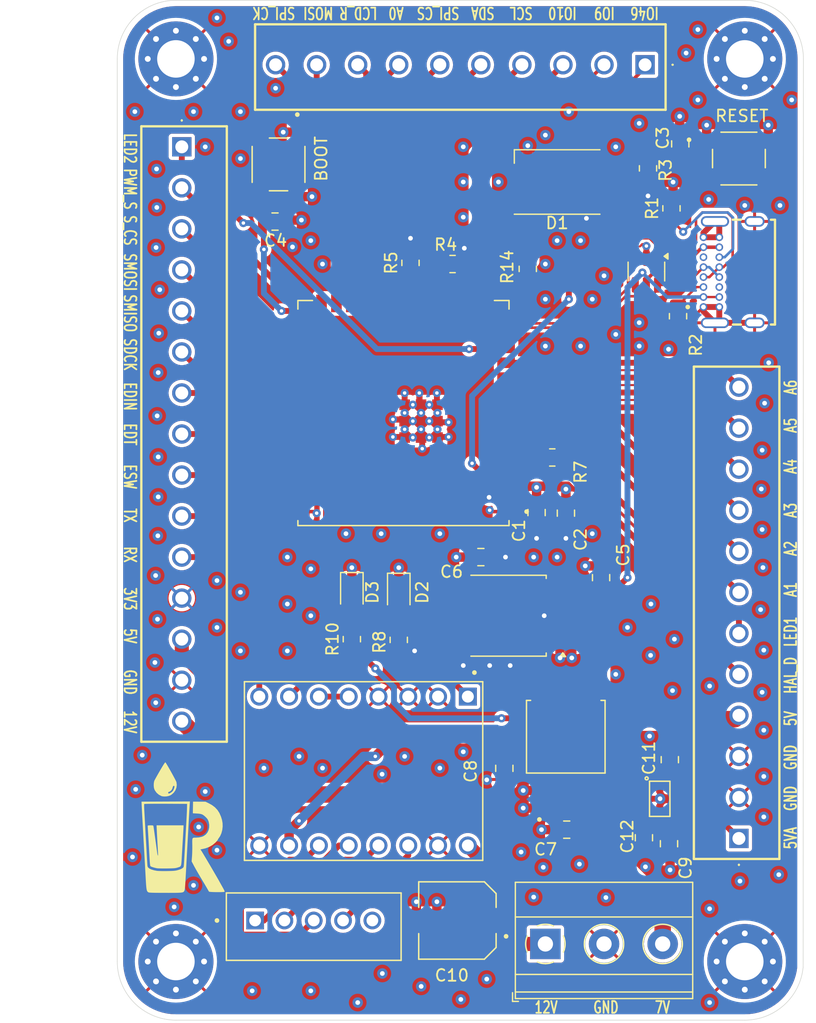
<source format=kicad_pcb>
(kicad_pcb (version 20240108) (generator "pcbnew") (generator_version "8.0")
  (layers (0 "F.Cu" signal) (1 "In1.Cu" signal) (2 "In2.Cu" signal) (31 "B.Cu" signal) (34 "B.Paste" user) (35 "F.Paste" user) (36 "B.SilkS" user "B.Silkscreen") (37 "F.SilkS" user "F.Silkscreen") (38 "B.Mask" user) (39 "F.Mask" user) (44 "Edge.Cuts" user))
  (net 0 "")
  (net 1 "GND")
  (net 2 "/3V3")
  (net 3 "/ESP32_EN{slash}RESET")
  (net 4 "/5V")
  (net 6 "Net-(D2-A)")
  (net 7 "/BOOT")
  (net 8 "/I2C_SDA")
  (net 9 "/I2C_SCL")
  (net 10 "/USB_N")
  (net 11 "/GPIO9")
  (net 12 "/U0TX")
  (net 13 "/USB_P")
  (net 14 "/GPIO10")
  (net 15 "/U0RX")
  (net 16 "Net-(J_USB1-CC2)")
  (net 19 "Net-(J_USB1-CC1)")
  (net 22 "Net-(D1-DIN)")
  (net 24 "/HAL_DIN")
  (net 25 "/ENCODER_SW")
  (net 26 "/ENCODER_DT")
  (net 27 "/ENCODER_CLK")
  (net 28 "/A0{slash}RS")
  (net 29 "/SPI1_CS")
  (net 30 "/SPI1_SCK")
  (net 31 "/LCD_RESET")
  (net 32 "/SPI1_MOSI")
  (net 33 "/12V")
  (net 34 "/SD_MISO")
  (net 35 "/SD_CS")
  (net 36 "/SD_MOSI")
  (net 37 "/SD_SCK")
  (net 38 "/A_IN5")
  (net 39 "/A_IN6")
  (net 40 "/A_IN4")
  (net 41 "/A_IN1")
  (net 42 "/A_IN2")
  (net 43 "/A_IN3")
  (net 44 "/PWM_S")
  (net 45 "/LED_DIN")
  (net 46 "Net-(D3-A)")
  (net 47 "/LED1")
  (net 48 "/LED_DIN2")
  (net 49 "/7V")
  (net 50 "/GPIO46")
  (net 51 "/1B")
  (net 52 "/2A")
  (net 53 "/1A")
  (net 54 "/2B")
  (net 55 "Net-(J1-Pin_6)")
  (net 56 "/STEP_DIR")
  (net 57 "/STEP_STEP")
  (net 58 "/STEP_EN")
  (net 59 "Net-(U6-~{RESET})")
  (net 60 "Net-(U2-BYP)")
  (net 61 "/5VA")
  (footprint "Resistor_SMD:R_0805_2012Metric" (layer "F.Cu") (at 74.5 67.9 90)
    (property "Reference" "R5")
    (property "Value" "10k")
  )
  (footprint "Resistor_SMD:R_0805_2012Metric" (layer "F.Cu") (at 73.5 100.0625 90)
    (property "Reference" "R8")
    (property "Value" "220")
  )
  (footprint "Package_TO_SOT_SMD:TO-252-3_TabPin2" (layer "F.Cu") (at 82.76 98 180)
    (property "Reference" "U7" (hide yes))
    (property "Value" "LM1117DT-3.3")
  )
  (footprint "AP2210:SOT-23-5_RAW" (layer "F.Cu") (at 95.75 113.62 -90)
    (property "Reference" "U2" (hide yes))
    (property "Value" "AP2210K-5.0TRG1")
  )
  (footprint "USB_C:GCT_USB4085-GF-A_REVB" (layer "F.Cu") (at 103.8375 68.69 90)
    (property "Reference" "J_USB1" (hide yes))
    (property "Value" "USB_C_Receptacle_USB2.0_16P")
  )
  (footprint "MountingHole:MountingHole_3.2mm_M3_Pad_Via" (layer "F.Cu") (at 54.5 127.5)
    (property "Reference" "H4" (hide yes))
    (property "Value" "MountingHole_Pad" (hide yes))
  )
  (footprint "LED_SMD:LED_0805_2012Metric" (layer "F.Cu") (at 73.5 96.0625 -90)
    (property "Reference" "D2")
    (property "Value" "LED")
  )
  (footprint "Capacitor_SMD:C_0805_2012Metric" (layer "F.Cu") (at 82.5 111.02 -90)
    (property "Reference" "C8")
    (property "Value" "22uF" (hide yes))
  )
  (footprint "Capacitor_SMD:C_0805_2012Metric" (layer "F.Cu") (at 87.75 89.25 90)
    (property "Reference" "C2")
    (property "Value" "0.1uF")
  )
  (footprint "Resistor_SMD:R_0805_2012Metric" (layer "F.Cu") (at 96.75 63.25 90)
    (property "Reference" "R1")
    (property "Value" "5.1k")
  )
  (footprint "Capacitor_SMD:C_0805_2012Metric" (layer "F.Cu") (at 80.5 93 180)
    (property "Reference" "C6")
    (property "Value" "100uF")
  )
  (footprint "TerminalBlock_Phoenix:TerminalBlock_Phoenix_MKDS-1,5-3_1x03_P5.00mm_Horizontal" (layer "F.Cu") (at 86 126)
    (property "Reference" "J3" (hide yes))
    (property "Value" "Screw_Terminal_01x03" (hide yes))
  )
  (footprint "LED_SMD:LED_0805_2012Metric" (layer "F.Cu") (at 69.5 96 -90)
    (property "Reference" "D3")
    (property "Value" "LED")
  )
  (footprint "A4988:MODULE_A4988_STEPPER_MOTOR_DRIVER_CARRIER" (layer "F.Cu") (at 70.5 111.25 -90)
    (property "Reference" "U6" (hide yes))
    (property "Value" "A4988_STEPPER_MOTOR_DRIVER" (hide yes))
  )
  (footprint "Resistor_SMD:R_0805_2012Metric" (layer "F.Cu") (at 78.0875 68)
    (property "Reference" "R4")
    (property "Value" "10k")
  )
  (footprint "Fiducial:Fiducial_1mm_Mask2mm" (layer "F.Cu") (at 106 122.25)
    (property "Reference" "FM3" (hide yes))
    (property "Value" "Fiducial")
  )
  (footprint "jst:JST_B5B-XH-A" (layer "F.Cu") (at 66.25 124.525 180)
    (property "Reference" "J5" (hide yes))
    (property "Value" "B5B-XH-A" (hide yes))
  )
  (footprint "molex15:393570015" (layer "F.Cu") (at 55 58 -90)
    (property "Reference" "J9" (hide yes))
    (property "Value" "Screw_Terminal_01x15" (hide yes))
  )
  (footprint "Capacitor_SMD:C_0805_2012Metric" (layer "F.Cu") (at 90.75 94.75 90)
    (property "Reference" "C5")
    (property "Value" "10uF")
  )
  (footprint "Capacitor_SMD:C_0805_2012Metric" (layer "F.Cu") (at 97.5 57.75 90)
    (property "Reference" "C3")
    (property "Value" "0.1uF")
  )
  (footprint "Capacitor_SMD:C_0805_2012Metric" (layer "F.Cu") (at 96.61 110.28 90)
    (property "Reference" "C11")
    (property "Value" "2.2uF")
  )
  (footprint "Resistor_SMD:R_0805_2012Metric" (layer "F.Cu") (at 97.31 72.45 -90)
    (property "Reference" "R2")
    (property "Value" "5.1k")
  )
  (footprint "Fiducial:Fiducial_1mm_Mask2mm" (layer "F.Cu") (at 51.68 123.46)
    (property "Reference" "FM2" (hide yes))
    (property "Value" "Fiducial")
  )
  (footprint "esp2:XCVR_ESP32-S3-WROOM-1U-N16" (layer "F.Cu") (at 73.9 80.71 180)
    (property "Reference" "U1" (hide yes))
    (property "Value" "ESP32-S3-WROOM-1-N16R2" (hide yes))
  )
  (footprint "MountingHole:MountingHole_3.2mm_M3_Pad_Via" (layer "F.Cu") (at 103 50.5)
    (property "Reference" "H2" (hide yes))
    (property "Value" "MountingHole_Pad" (hide yes))
  )
  (footprint "molex10:393570010" (layer "F.Cu") (at 94.5 51 180)
    (property "Reference" "J4" (hide yes))
    (property "Value" "Screw_Terminal_01x10" (hide yes))
  )
  (footprint "Resistor_SMD:R_0805_2012Metric" (layer "F.Cu") (at 94.75 59.8375 -90)
    (property "Reference" "R3")
    (property "Value" "10k")
  )
  (footprint "AZ108:DPAK457P1010X238-3N" (layer "F.Cu") (at 87.74 109.413)
    (property "Reference" "U3" (hide yes))
    (property "Value" "AZ1084-5.0" (hide yes))
  )
  (footprint "switch:SW_PTS_647_SN50_SMTR2_LFS" (layer "F.Cu") (at 102.5 59)
    (property "Reference" "RESET")
    (property "Value" "SW_MEC_5E" (hide yes))
  )
  (footprint "LED_SMD:LED_WS2812B_PLCC4_5.0x5.0mm_P3.2mm" (layer "F.Cu") (at 87 61 180)
    (property "Reference" "D1")
    (property "Value" "WS2812B" (hide yes))
  )
  (footprint "Resistor_SMD:R_0805_2012Metric" (layer "F.Cu") (at 69.5 100 90)
    (property "Reference" "R10")
    (property "Value" "220" (hide yes))
  )
  (footprint "Resistor_SMD:R_0805_2012Metric" (layer "F.Cu") (at 84.5 68.4125 90)
    (property "Reference" "R14")
    (property "Value" "220")
  )
  (footprint "Capacitor_SMD:C_0805_2012Metric" (layer "F.Cu") (at 62.95 64.375)
    (property "Reference" "C4")
    (property "Value" "0.1uF")
  )
  (footprint "switch:SW_PTS_647_SN50_SMTR2_LFS" (layer "F.Cu") (at 63.25 59.5 -90)
    (property "Reference" "BOOT")
    (property "Value" "SW_MEC_5E" (hide yes))
  )
  (footprint "Package_TO_SOT_SMD:SOT-23-6" (layer "F.Cu") (at 94.6125 68.6375 -90)
    (property "Reference" "U5" (hide yes))
    (property "Value" "SRV05-4")
  )
  (footprint "demo.preety:logodemo" (layer "F.Cu") (at 55.34 116.9)
    (property "Reference" "G***" (hide yes))
    (property "Value" "LOGO" (hide yes))
  )
  (footprint "Capacitor_SMD:C_0805_2012Metric" (layer "F.Cu") (at 85.25 89.2 90)
    (property "Reference" "C1")
    (property "Value" "10uF")
  )
  (footprint "Capacitor_SMD:C_0805_2012Metric" (layer "F.Cu") (at 87.82 116.25 180)
    (property "Reference" "C7")
    (property "Value" "10uF" (hide yes))
  )
  (footprint "Polar_Cap35:CAP_EEE1VA101XP" (layer "F.Cu") (at 78.5 124 180)
    (property "Reference" "C10")
    (property "Value" "100u" (hide yes))
  )
  (footprint "MountingHole:MountingHole_3.2mm_M3_Pad_Via" (layer "F.Cu") (at 103 127.5)
    (property "Reference" "H3" (hide yes))
    (property "Value" "MountingHole_Pad" (hide yes))
  )
  (footprint "Capacitor_SMD:C_0805_2012Metric" (layer "F.Cu") (at 96.54 117.45 -90)
    (property "Reference" "C9")
    (property "Value" "0.1uF")
  )
  (footprint "Capacitor_SMD:C_0805_2012Metric" (layer "F.Cu") (at 94.4 116.94 -90)
    (property "Reference" "C12")
    (property "Value" "1uF")
  )
  (footprint "MountingHole:MountingHole_3.2mm_M3_Pad_Via" (layer "F.Cu") (at 54.5 50.5)
    (property "Reference" "H1" (hide yes))
    (property "Value" "MountingHole_Pad" (hide yes))
  )
  (footprint "Fiducial:Fiducial_1mm_Mask2mm" (layer "F.Cu") (at 58.75 53.5)
    (property "Reference" "FM1" (hide yes))
    (property "Value" "Fiducial")
  )
  (footprint "molex12:393570012" (layer "F.Cu") (at 102.5 117 90)
    (property "Reference" "J1" (hide yes))
    (property "Value" "Screw_Terminal_01x12" (hide yes))
  )
  (footprint "Resistor_SMD:R_0805_2012Metric" (layer "F.Cu") (at 86.5875 84.5 180)
    (property "Reference" "R7")
    (property "Value" "200")
  )
  (gr_arc (start 103 45.5) (mid 106.535534 46.964466) (end 108 50.5) (stroke (width 0.05)) (layer "Edge.Cuts"))
  (gr_arc (start 107.975186 127.997519) (mid 106.355027 131.207263) (end 103 132.5) (stroke (width 0.05)) (layer "Edge.Cuts"))
  (gr_arc (start 49.5 50.5) (mid 50.964466 46.964466) (end 54.5 45.5) (stroke (width 0.05)) (layer "Edge.Cuts"))
  (gr_line (start 107.975186 127.997519) (end 108 50.5) (stroke (width 0.05)) (layer "Edge.Cuts"))
  (gr_line (start 103 45.5) (end 54.5 45.5) (stroke (width 0.05)) (layer "Edge.Cuts"))
  (gr_line (start 49.5 50.5) (end 49.5 127.5) (stroke (width 0.05)) (layer "Edge.Cuts"))
  (gr_line (start 54.5 132.5) (end 103 132.5) (stroke (width 0.05)) (layer "Edge.Cuts"))
  (gr_arc (start 54.5 132.5) (mid 50.964466 131.035534) (end 49.5 127.5) (stroke (width 0.05)) (layer "Edge.Cuts"))
  (gr_text "A0" (at 74 46 180) (layer "F.SilkS") (effects (font (size 1 0.7)) (justify left bottom)))
  (gr_text "LED2" (at 50 56.75 270) (layer "F.SilkS") (effects (font (size 1 0.7)) (justify left bottom)))
  (gr_text "IO10" (at 88.75 46 180) (layer "F.SilkS") (effects (font (size 1 0.7)) (justify left bottom)))
  (gr_text "A4" (at 107.5 86 90) (layer "F.SilkS") (effects (font (size 1 0.7)) (justify left bottom)))
  (gr_text "3V3" (at 50 95.5 270) (layer "F.SilkS") (effects (font (size 1 0.7)) (justify left bottom)))
  (gr_text "SMISO" (at 50 70.5 270) (layer "F.SilkS") (effects (font (size 1 0.7)) (justify left bottom)))
  (gr_text "A3" (at 107.5 89.75 90) (layer "F.SilkS") (effects (font (size 1 0.7)) (justify left bottom)))
  (gr_text "LCD_R" (at 71.75 46 180) (layer "F.SilkS") (effects (font (size 1 0.7)) (justify left bottom)))
  (gr_text "TX" (at 50 88.75 270) (layer "F.SilkS") (effects (font (size 1 0.7)) (justify left bottom)))
  (gr_text "SCL" (at 85 46 180) (layer "F.SilkS") (effects (font (size 1 0.7)) (justify left bottom)))
  (gr_text "5V" (at 107.5 107.5 90) (layer "F.SilkS") (effects (font (size 1 0.7)) (justify left bottom)))
  (gr_text "5V" (at 50 99 270) (layer "F.SilkS") (effects (font (size 1 0.7)) (justify left bottom)))
  (gr_text "7V" (at 95.25 132 0) (layer "F.SilkS") (effects (font (size 1 0.7)) (justify left bottom)))
  (gr_text "SMOSI" (at 50 67 270) (layer "F.SilkS") (effects (font (size 1 0.7)) (justify left bottom)))
  (gr_text "IO9" (at 92 46 180) (layer "F.SilkS") (effects (font (size 1 0.7)) (justify left bottom)))
  (gr_text "A2" (at 107.5 93 90) (layer "F.SilkS") (effects (font (size 1 0.7)) (justify left bottom)))
  (gr_text "GND" (at 107.5 114.75 90) (layer "F.SilkS") (effects (font (size 1 0.7)) (justify left bottom)))
  (gr_text "A6" (at 107.5 79.25 90) (layer "F.SilkS") (effects (font (size 1 0.7)) (justify left bottom)))
  (gr_text "PWM_S" (at 50 59.75 270) (layer "F.SilkS") (effects (font (size 1 0.7)) (justify left bottom)))
  (gr_text "SPI_CS" (at 78.75 46 180) (layer "F.SilkS") (effects (font (size 1 0.7)) (justify left bottom)))
  (gr_text "SDCK" (at 50 74.25 270) (layer "F.SilkS") (effects (font (size 1 0.7)) (justify left bottom)))
  (gr_text "12V" (at 50 106 270) (layer "F.SilkS") (effects (font (size 1 0.7)) (justify left bottom)))
  (gr_text "A5" (at 107.5 82.5 90) (layer "F.SilkS") (effects (font (size 1 0.7)) (justify left bottom)))
  (gr_text "ESW" (at 50 85 270) (layer "F.SilkS") (effects (font (size 1 0.7)) (justify left bottom)))
  (gr_text "HAL_D" (at 107.5 104.75 90) (layer "F.SilkS") (effects (font (size 1 0.7)) (justify left bottom)))
  (gr_text "5VA\n" (at 107.5 118 90) (layer "F.SilkS") (effects (font (size 1 0.7)) (justify left bottom)))
  (gr_text "RX" (at 50 92 270) (layer "F.SilkS") (effects (font (size 1 0.7)) (justify left bottom)))
  (gr_text "LED1" (at 107.5 100.75 90) (layer "F.SilkS") (effects (font (size 1 0.7)) (justify left bottom)))
  (gr_text "EDT" (at 50 81.5 270) (layer "F.SilkS") (effects (font (size 1 0.7)) (justify left bottom)))
  (gr_text "EDIN" (at 50 78 270) (layer "F.SilkS") (effects (font (size 1 0.7)) (justify left bottom)))
  (gr_text "GND" (at 90 132 0) (layer "F.SilkS") (effects (font (size 1 0.7)) (justify left bottom)))
  (gr_text "A1" (at 107.5 96.5 90) (layer "F.SilkS") (effects (font (size 1 0.7)) (justify left bottom)))
  (gr_text "SDA" (at 81.75 46 180) (layer "F.SilkS") (effects (font (size 1 0.7)) (justify left bottom)))
  (gr_text "GND" (at 50 102.5 270) (layer "F.SilkS") (effects (font (size 1 0.7)) (justify left bottom)))
  (gr_text "IO46" (at 95.75 46 180) (layer "F.SilkS") (effects (font (size 1 0.7)) (justify left bottom)))
  (gr_text "GND" (at 107.5 111.25 90) (layer "F.SilkS") (effects (font (size 1 0.7)) (justify left bottom)))
  (gr_text "12V" (at 85 132 0) (layer "F.SilkS") (effects (font (size 1 0.7)) (justify left bottom)))
  (gr_text "MOSI" (at 68 46 180) (layer "F.SilkS") (effects (font (size 1 0.7)) (justify left bottom)))
  (gr_text "S_CS" (at 50 63.75 270) (layer "F.SilkS") (effects (font (size 1 0.7)) (justify left bottom)))
  (gr_text "SPI_CK" (at 64.75 46 180) (layer "F.SilkS") (effects (font (size 1 0.7)) (justify left bottom)))
  (segment (start 94.53 118.22) (end 94.53 119.42) (width 0.8) (layer "F.Cu") (net 1))
  (segment (start 100.8275 71.665) (end 100.8275 72.645) (width 0.5) (layer "F.Cu") (net 1))
  (segment (start 87.75 88.4) (end 87.75 87.2) (width 0.8) (layer "F.Cu") (net 1))
  (segment (start 99.4775 65.715) (end 99.4775 65.345) (width 0.5) (layer "F.Cu") (net 1))
  (segment (start 99.75 57.35) (end 99.75 56.15) (width 0.8) (layer "F.Cu") (net 1))
  (segment (start 79.6 93) (end 78.4 93) (width 0.8) (layer "F.Cu") (net 1))
  (segment (start 94.51 113.61) (end 94.5 113.62) (width 0.5) (layer "F.Cu") (net 1))
  (segment (start 95.775 113.61) (end 94.51 113.61) (width 0.5) (layer "F.Cu") (net 1))
  (segment (start 76.75 79) (end 76.75 80) (width 0.5) (layer "F.Cu") (net 1))
  (segment (start 100.4575 73.015) (end 103.8375 73.015) (width 0.5) (layer "F.Cu") (net 1))
  (segment (start 77.75 81.5) (end 76.75 81.5) (width 0.5) (layer "F.Cu") (net 1))
  (segment (start 66.37 89.12) (end 66.5 89.25) (width 0.3) (layer "F.Cu") (net 1))
  (segment (start 99.4775 72.035) (end 100.4575 73.015) (width 0.5) (layer "F.Cu") (net 1))
  (segment (start 96.63 119.685) (end 96.63 118.495) (width 0.8) (layer "F.Cu") (net 1))
  (segment (start 74 79) (end 74 80) (width 0.5) (layer "F.Cu") (net 1))
  (segment (start 94.6125 67.5) (end 94.6125 66.4625) (width 0.5) (layer "F.Cu") (net 1))
  (segment (start 100.8275 65.715) (end 100.8275 64.735) (width 0.5) (layer "F.Cu") (net 1))
  (segment (start 75 123.6) (end 75 122.4) (width 0.8) (layer "F.Cu") (net 1))
  (segment (start 73.5 95.1) (end 73.5 93.9) (width 0.8) (layer "F.Cu") (net 1))
  (segment (start 88.25 100.4) (end 88.25 101.6) (width 0.8) (layer "F.Cu") (net 1))
  (segment (start 100.8275 71.665) (end 99.4775 71.665) (width 0.5) (layer "F.Cu") (net 1))
  (segment (start 65.15 89.12) (end 66.37 89.12) (width 0.3) (layer "F.Cu") (net 1))
  (segment (start 85.25 88.25) (end 85.25 87.05) (width 0.8) (layer "F.Cu") (net 1))
  (segment (start 90.6 93.75) (end 89.4 93.75) (width 0.8) (layer "F.Cu") (net 1))
  (segment (start 94.6125 66.4625) (end 94.61 66.46) (width 0.5) (layer "F.Cu") (net 1))
  (segment (start 75.5 83.75) (end 75.5 82.75) (width 0.5) (layer "F.Cu") (net 1))
  (segment (start 97.45 56.6) (end 97.45 55.4) (width 0.8) (layer "F.Cu") (net 1))
  (segment (start 64.9 62.25) (end 66.1 62.25) (width 0.8) (layer "F.Cu") (net 1))
  (segment (start 99.4775 71.665) (end 99.4775 72.035) (width 0.5) (layer "F.Cu") (net 1))
  (segment (start 73 81.25) (end 74 81.25) (width 0.5) (layer "F.Cu") (net 1))
  (segment (start 84.5 59.1) (end 84.5 57.9) (width 0.8) (layer "F.Cu") (net 1))
  (segment (start 77.75 82.75) (end 76.75 82.75) (width 0.5) (layer "F.Cu") (net 1))
  (segment (start 100.8275 64.735) (end 100.4575 64.365) (width 0.5) (layer "F.Cu") (net 1))
  (segment (start 97.25 118.67) (end 97.22 118.64) (width 0.3) (layer "F.Cu") (net 1))
  (segment (start 99.4775 65.715) (end 100.8275 65.715) (width 0.5) (layer "F.Cu") (net 1))
  (segment (start 85.31 114.41) (end 84.11 114.41) (width 0.8) (layer "F.Cu") (net 1))
  (segment (start 105 57.35) (end 105 56.15) (width 0.8) (layer "F.Cu") (net 1))
  (segment (start 99.4775 65.345) (end 100.4575 64.365) (width 0.5) (layer "F.Cu") (net 1))
  (segment (start 81.37 89.12) (end 81.25 89) (width 0.3) (layer "F.Cu") (net 1))
  (segment (start 87.25 100.4) (end 87.25 101.6) (width 0.8) (layer "F.Cu") (net 1))
  (segment (start 73 82.75) (end 74 82.75) (width 0.5) (layer "F.Cu") (net 1))
  (segment (start 64.85 56.75) (end 63.65 56.75) (width 0.8) (layer "F.Cu") (net 1))
  (segment (start 82.65 89.12) (end 81.37 89.12) (width 0.3) (layer "F.Cu") (net 1))
  (segment (start 86.87 116.25) (end 85.67 116.25) (width 0.8) (layer "F.Cu") (net 1))
  (segment (start 75.25 79) (end 75.25 80) (width 0.5) (layer "F.Cu") (net 1))
  (segment (start 85.31 112.91) (end 84.11 112.91) (width 0.8) (layer "F.Cu") (net 1))
  (segment (start 64 64.25) (end 65.2 64.25) (width 0.8) (layer "F.Cu") (net 1))
  (segment (start 76.8 80) (end 76.75 80) (width 0.5) (layer "F.Cu") (net 1))
  (segment (start 96.8875 62.21) (end 96.8875 61.01) (width 0.8) (layer "F.Cu") (net 1))
  (segment (start 97.3725 73.35) (end 97.3725 74.55) (width 0.8) (layer "F.Cu") (net 1))
  (segment (start 100.8275 72.645) (end 100.4575 73.015) (width 0.5) (layer "F.Cu") (net 1))
  (segment (start 69.5 95.1) (end 69.5 93.9) (width 0.8) (layer "F.Cu") (net 1))
  (segment (start 76.75 123.6) (end 76.75 122.4) (width 0.8) (layer "F.Cu") (net 1))
  (via (at 87.25 101.6) (size 0.9) (drill 0.4) (layers "F.Cu" "B.Cu") (net 1))
  (via (at 96.8875 61.01) (size 0.9) (drill 0.4) (layers "F.Cu" "B.Cu") (net 1))
  (via (at 97.45 55.4) (size 0.9) (drill 0.4) (layers "F.Cu" "B.Cu") (net 1))
  (via (at 56 55) (size 0.9) (drill 0.4) (layers "F.Cu" "B.Cu") (net 1))
  (via (at 52.77 94.57) (size 0.9) (drill 0.4) (layers "F.Cu" "B.Cu") (net 1))
  (via (at 97 100) (size 0.9) (drill 0.4) (layers "F.Cu" "B.Cu") (net 1))
  (via (at 102.59 120.64) (size 0.9) (drill 0.4) (layers "F.Cu" "B.Cu") (net 1))
  (via (at 94.61 66.46) (size 0.7) (drill 0.3) (layers "F.Cu" "B.Cu") (net 1))
  (via (at 58 99) (size 0.9) (drill 0.4) (layers "F.Cu" "B.Cu") (net 1))
  (via (at 105.9 120.09) (size 0.9) (drill 0.4) (layers "F.Cu" "B.Cu") (net 1))
  (via (at 94.88 108.27) (size 0.9) (drill 0.4) (layers "F.Cu" "B.Cu") (net 1))
  (via (at 95 97) (size 0.9) (drill 0.4) (layers "F.Cu" "B.Cu") (net 1))
  (via (at 94 56) (size 0.9) (drill 0.4) (layers "F.Cu" "B.Cu") (net 1))
  (via (at 52.71 101.99) (size 0.9) (drill 0.4) (layers "F.Cu" "B.Cu") (net 1))
  (via (at 94 75) (size 0.9) (drill 0.4) (layers "F.Cu" "B.Cu") (net 1))
  (via (at 57 58) (size 0.9) (drill 0.4) (layers "F.Cu" "B.Cu") (net 1))
  (via (at 79 109.61) (size 0.9) (drill 0.4) (layers "F.Cu" "B.Cu") (net 1))
  (via (at 57 113) (size 0.9) (drill 0.4) (layers "F.Cu" "B.Cu") (net 1))
  (via (at 52.93 98.3) (size 0.9) (drill 0.4) (layers "F.Cu" "B.Cu") (net 1))
  (via (at 77.75 82.75) (size 0.7) (drill 0.3) (layers "F.Cu" "B.Cu") (net 1))
  (via (at 100 104) (size 0.9) (drill 0.4) (layers "F.Cu" "B.Cu") (net 1))
  (via (at 58 47) (size 0.9) (drill 0.4) (layers "F.Cu" "B.Cu") (net 1))
  (via (at 56 121) (size 0.9) (drill 0.4) (layers "F.Cu" "B.Cu") (net 1))
  (via (at 77 111) (size 0.9) (drill 0.4) (layers "F.Cu" "B.Cu") (net 1))
  (via (at 66 66) (size 0.9) (drill 0.4) (layers "F.Cu" "B.Cu") (net 1))
  (via (at 64 93) (size 0.9) (drill 0.4) (layers "F.Cu" "B.Cu") (net 1))
  (via (at 86 57) (size 0.9) (drill 0.4) (layers "F.Cu" "B.Cu") (net 1))
  (via (at 82 61) (size 0.9) (drill 0.4) (layers "F.Cu" "B.Cu") (net 1))
  (via (at 69 91) (size 0.9) (drill 0.4) (layers "F.Cu" "B.Cu") (net 1))
  (via (at 103 63) (size 0.9) (drill 0.4) (layers "F.Cu" "B.Cu") (net 1))
  (via (at 51.63 109.89) (size 0.9) (drill 0.4) (layers "F.Cu" "B.Cu") (net 1))
  (via (at 104.35 97.48) (size 0.9) (drill 0.4) (layers "F.Cu" "B.Cu") (net 1))
  (via (at 104.48 90.65) (size 0.9) (drill 0.4) (layers "F.Cu" "B.Cu") (net 1))
  (via (at 92 74) (size 0.9) (drill 0.4) (layers "F.Cu" "B.Cu") (net 1))
  (via (at 90 71) (size 0.9) (drill 0.4) (layers "F.Cu" "B.Cu") (net 1))
  (via (at 104.48 104.53) (size 0.9) (drill 0.4) (layers "F.Cu" "B.Cu") (net 1))
  (via (at 73.5 93.9) (size 0.9) (drill 0.4) (layers "F.Cu" "B.Cu") (net 1))
  (via (at 104.55 93.89) (size 0.9) (drill 0.4) (layers "F.Cu" "B.Cu") (net 1))
  (via (at 73 81.25) (size 0.7) (drill 0.3) (layers "F.Cu" "B.Cu") (net 1))
  (via (at 78.79 130.73) (size 0.9) (drill 0.4) (layers "F.Cu" "B.Cu") (net 1))
  (via (at 51.07 112.81) (size 0.9) (drill 0.4) (layers "F.Cu" "B.Cu") (net 1))
  (via (at 58 95) (size 0.9) (drill 0.4) (layers "F.Cu" "B.Cu") (net 1))
  (via (at 62 111) (size 0.9) (drill 0.4) (layers "F.Cu" "B.Cu") (net 1))
  (via (at 52.99 77.26) (size 0.9) (drill 0.4) (layers "F.Cu" "B.Cu") (net 1))
  (via (at 96.63 119.685) (size 0.9) (drill 0.4) (layers "F.Cu" "B.Cu") (net 1))
  (via (at 92 103) (size 0.9) (drill 0.4) (layers "F.Cu" "B.Cu") (net 1))
  (via (at 52.78 105.42) (size 0.9) (drill 0.4) (layers "F.Cu" "B.Cu") (net 1))
  (via (at 64 101) (size 0.9) (drill 0.4) (layers "F.Cu" "B.Cu") (net 1))
  (via (at 105 56.15) (size 0.9) (drill 0.4) (layers "F.Cu" "B.Cu") (net 1))
  (via (at 67 68) (size 0.9) (drill 0.4) (layers "F.Cu" "B.Cu") (net 1))
  (via (at 74 110) (size 0.9) (drill 0.4) (layers "F.Cu" "B.Cu") (net 1))
  (via (at 79 61) (size 0.9) (drill 0.4) (layers "F.Cu" "B.Cu") (net 1))
  (via (at 104.69 79.87) (size 0.9) (drill 0.4) (layers "F.Cu" "B.Cu") (net 1))
  (via (at 52.85 59.89) (size 0.9) (drill 0.4) (layers "F.Cu" "B.Cu") (net 1))
  (via (at 52.99 84.45) (size 0.9) (drill 0.4) (layers "F.Cu" "B.Cu") (net 1))
  (via (at 65 110) (size 0.9) (drill 0.4) (layers "F.Cu" "B.Cu") (net 1))
  (via (at 99 54) (size 0.9) (drill 0.4) (layers "F.Cu" "B.Cu") (net 1))
  (via (at 66.5 89.25) (size 0.7) (drill 0.3) (layers "F.Cu" "B.Cu") (net 1))
  (via (at 104.62 107.77) (size 0.9) (drill 0.4) (layers "F.Cu" "B.Cu") (net 1))
  (via (at 77.75 81.5) (size 0.7) (drill 0.3) (layers "F.Cu" "B.Cu") (net 1))
  (via (at 104.62 115.16) (size 0.9) (drill 0.4) (layers "F.Cu" "B.Cu") (net 1))
  (via (at 86 68) (size 0.9) (drill 0.4) (layers "F.Cu" "B.Cu") (net 1))
  (via (at 91 69) (size 0.9) (drill 0.4) (layers "F.Cu" "B.Cu") (net 1))
  (via (at 76.75 122.4) (size 0.9) (drill 0.4) (layers "F.Cu" "B.Cu") (net 1))
  (via (at 65.2 64.25) (size 0.9) (drill 0.4) (layers "F.Cu" "B.Cu") (net 1))
  (via (at 73 82.75) (size 0.7) (drill 0.3) (layers "F.Cu" "B.Cu") (net 1))
  (via (at 89.4 93.75) (size 0.9) (drill 0.4) (layers "F.Cu" "B.Cu") (net 1))
  (via (at 66 94) (size 0.9) (drill 0.4) (layers "F.Cu" "B.Cu") (net 1))
  (via (at 72.1 128.52) (size 0.9) (drill 0.4) (layers "F.Cu" "B.Cu") (net 1))
  (via (at 85.67 116.25) (size 0.9) (drill 0.4) (layers "F.Cu" "B.Cu") (net 1))
  (via (at 64.44 66.54) (size 0.9) (drill 0.4) (layers "F.Cu" "B.Cu") (net 1))
  (via (at 72 91) (size 0.9) (drill 0.4) (layers "F.Cu" "B.Cu") (net 1))
  (via (at 75.5 83.75) (size 0.7) (drill 0.3) (layers "F.Cu" "B.Cu") (net 1))
  (via (at 84.11 114.41) (size 0.9) (drill 0.4) (layers "F.Cu" "B.Cu") (net 1))
  (via (at 52.99 87.86) (size 0.9) (drill 0.4) (layers "F.Cu" "B.Cu") (net 1))
  (via (at 104.62 111.71) (size 0.9) (drill 0.4) (layers "F.Cu" "B.Cu") (net 1))
  (via (at 95.775 113.61) (size 0.9) (drill 0.4) (layers "F.Cu" "B.Cu") (net 1))
  (via (at 53.12 70.19) (size 0.9) (drill 0.4) (layers "F.Cu" "B.Cu") (net 1))
  (via (at 60 59) (size 0.9) (drill 0.4) (layers "F.Cu" "B.Cu") (net 1))
  (via (at 87 93) (size 0.9) (drill 0.4) (layers "F.Cu" "B.Cu") (net 1))
  (via (at 58 118) (size 0.9) (drill 0.4) (layers "F.Cu" "B.Cu") (net 1))
  (via (at 86 71) (size 0.9) (drill 0.4) (layers "F.Cu" "B.Cu") (net 1))
  (via (at 50.8 118.58) (size 0.9) (drill 0.4) (layers "F.Cu" "B.Cu") (net 1))
  (via (at 75.41 129.62) (size 0.9) (drill 0.4) (layers "F.Cu" "B.Cu") (net 1))
  (via (at 52.81 66.59) (size 0.9) (drill 0.4) (layers "F.Cu" "B.Cu") (net 1))
  (via (at 75.25 79) (size 0.7) (drill 0.3) (layers "F.Cu" "B.Cu") (net 1))
  (via (at 74 79) (size 0.7) (drill 0.3) (layers "F.Cu" "B.Cu") (net 1))
  (via (at 64 97) (size 0.9) (drill 0.4) (layers "F.Cu" "B.Cu") (net 1))
  (via (at 99.92 62.49) (size 0.9) (drill 0.4) (layers "F.Cu" "B.Cu") (net 1))
  (via (at 75 122.4) (size 0.9) (drill 0.4) (layers "F.Cu" "B.Cu") (net 1))
  (via (at 52.9 80.95) (size 0.9) (drill 0.4) (layers "F.Cu" "B.Cu") (net 1))
  (via (at 59 49) (size 0.9) (drill 0.4) (layers "F.Cu" "B.Cu") (net 1))
  (via (at 84.11 112.91) (size 0.9) (drill 0.4) (layers "F.Cu" "B.Cu") (net 1))
  (via (at 96.84 104.39) (size 0.9) (drill 0.4) (layers "F.Cu" "B.Cu") (net 1))
  (via (at 63.65 56.75) (size 0.9) (drill 0.4) (layers "F.Cu" "B.Cu") (net 1))
  (via (at 66.1 62.25) (size 0.9) (drill 0.4) (layers "F.Cu" "B.Cu") (net 1))
  (via (at 104.62 100.94) (size 0.9) (drill 0.4) (layers "F.Cu" "B.Cu") (net 1))
  (via (at 107 54) (size 0.9) (drill 0.4) (layers "F.Cu" "B.Cu") (net 1))
  (via (at 86 75) (size 0.9) (drill 0.4) (layers "F.Cu" "B.Cu") (net 1))
  (via (at 70 131) (size 0.9) (drill 0.4) (layers "F.Cu" "B.Cu") (net 1))
  (via (at 100 131) (size 0.9) (drill 0.4) (layers "F.Cu" "B.Cu") (net 1))
  (via (at 60 101) (size 0.9) (drill 0.4) (layers "F.Cu" "B.Cu") (net 1))
  (via (at 67 111) (size 0.9) (drill 0.4) (layers "F.Cu" "B.Cu") (net 1))
  (via (at 76.75 79) (size 0.7) (drill 0.3) (layers "F.Cu" "B.Cu") (net 1))
  (via (at 66 98) (size 0.9) (drill 0.4) (layers "F.Cu" "B.Cu") (net 1))
  (via (at 79 58) (size 0.9) (drill 0.4) (layers "F.Cu" "B.Cu") (net 1))
  (via (at 56.44 116.02) (size 0.9) (drill 0.4) (layers "F.Cu" "B.Cu") (net 1))
  (via (at 85.82 119.46) (size 0.9) (drill 0.4) (layers "F.Cu" "B.Cu") (net 1))
  (via (at 99.75 56.15) (size 0.9) (drill 0.4) (layers "F.Cu" "B.Cu") (net 1))
  (via (at 84.5 57.9) (size 0.9) (drill 0.4) (layers "F.Cu" "B.Cu") (net 1))
  (via (at 60 55) (size 0.9) (drill 0.4) (layers "F.Cu" "B.Cu") (net 1))
  (via (at 85.25 87.05) (size 0.9) (drill 0.4) (layers "F.Cu" "B.Cu") (net 1))
  (via (at 88 55) (size 0.9) (drill 0.4) (layers "F.Cu" "B.Cu") (net 1))
  (via (at 94.53 119.42) (size 0.9) (drill 0.4) (layers "F.Cu" "B.Cu") (net 1))
  (via (at 104.41 87.19) (size 0.9) (drill 0.4) (layers "F.Cu" "B.Cu") (net 1))
  (via (at 85 93) (size 0.9) (drill 0.4) (layers "F.Cu" "B.Cu") (net 1))
  (via (at 81.25 89) (size 0.7) (drill 0.3) (layers "F.Cu" "B.Cu") (net 1))
  (via (at 77 91) (size 0.9) (drill 0.4) (layers "F.Cu" "B.Cu") (net 1))
  (via (at 53.04 73.9) (size 0.9) (drill 0.4) (layers "F.Cu" "B.Cu") (net 1))
  (via (at 61 130) (size 0.9) (drill 0.4) (layers "F.Cu" "B.Cu") (net 1))
  (via (at 54.35 122.84) (size 0.9) (drill 0.4) (layers "F.Cu" "B.Cu") (net 1))
  (via (at 92 58) (size 0.9) (drill 0.4) (layers "F.Cu" "B.Cu") (net 1))
  (via (at 83.93 118.16) (size 0.9) (drill 0.4) (layers "F.Cu" "B.Cu") (net 1))
  (via (at 81 129) (size 0.9) (drill 0.4) (layers "F.Cu" "B.Cu") (net 1))
  (via (at 94.97 101.38) (size 0.9) (drill 0.4) (layers "F.Cu" "B.Cu") (net 1))
  (via (at 104.48 83.88) (size 0.9) (drill 0.4) (layers "F.Cu" "B.Cu") (net 1))
  (via (at 90 91) (size 0.9) (drill 0.4) (layers "F.Cu" "B.Cu") (net 1))
  (via (at 87 66) (size 0.9) (drill 0.4) (layers "F.Cu" "B.Cu") (net 1))
  (via (at 96.5 75.27) (size 0.9) (drill 0.4) (layers "F.Cu" "B.Cu") (net 1))
  (via (at 91.16 122.04) (size 0.9) (drill 0.4) (layers "F.Cu" "B.Cu") (net 1))
  (via (at 93 99) (size 0.9) (drill 0.4) (layers "F.Cu" "B.Cu") (net 1))
  (via (at 98 50) (size 0.9) (drill 0.4) (layers "F.Cu" "B.Cu") (net 1))
  (via (at 100 123) (size 0.9) (drill 0.4) (layers "F.Cu" "B.Cu") (net 1))
  (via (at 72.08 111.52) (size 0.9) (drill 0.4) (layers "F.Cu" "B.Cu") (net 1))
  (via (at 69.5 93.9) (size 0.9) (drill 0.4) (layers "F.Cu" "B.Cu") (net 1))
  (via (at 106 63) (size 0.9) (drill 0.4) (layers "F.Cu" "B.Cu") (net 1))
  (via (at 89 75) (size 0.9) (drill 0.4) (layers "F.Cu" "B.Cu") (net 1))
  (via (at 52.96 91.18) (size 0.9) (drill 0.4) (layers "F.Cu" "B.Cu") (net 1))
  (via (at 78.4 93) (size 0.9) (drill 0.4) (layers "F.Cu" "B.Cu") (net 1))
  (via (at 89 66) (size 0.9) (drill 0.4) (layers "F.Cu" "B.Cu") (net 1))
  (via (at 105.04 76.42) (size 0.9) (drill 0.4) (layers "F.Cu" "B.Cu") (net 1))
  (via (at 88.9 119.19) (size 0.9) (drill 0.4) (layers "F.Cu" "B.Cu") (net 1))
  (via (at 51 55) (size 0.9) (drill 0.4) (layers "F.Cu" "B.Cu") (net 1))
  (via (at 94 73) (size 0.9) (drill 0.4) (layers "F.Cu" "B.Cu") (net 1))
  (via (at 52.87 63.17) (size 0.9) (drill 0.4) (layers "F.Cu" "B.Cu") (net 1))
  (via (at 81 112) (size 0.9) (drill 0.4) (layers "F.Cu" "B.Cu") (net 1))
  (via (at 87.75 87.2) (size 0.9) (drill 0.4) (layers "F.Cu" "B.Cu") (net 1))
  (via (at 63 53) (size 0.9) (drill 0.4) (layers "F.Cu" "B.Cu") (net 1))
  (via (at 79 64) (size 0.9) (drill 0.4) (layers "F.Cu" "B.Cu") (net 1))
  (via (at 99 48) (size 0.9) (drill 0.4) (layers "F.Cu" "B.Cu") (net 1))
  (via (at 66 130) (size 0.9) (drill 0.4) (layers "F.Cu" "B.Cu") (net 1))
  (via (at 85 122) (size 0.9) (drill 0.4) (layers "F.Cu" "B.Cu") (net 1))
  (via (at 88.25 101.6) (size 0.9) (drill 0.4) (layers "F.Cu" "B.Cu") (net 1))
  (via (at 60 96) (size 0.9) (drill 0.4) (layers "F.Cu" "B.Cu") (net 1))
  (segment (start 83 99.7) (end 83.175 99.525) (width 0.5) (layer "F.Cu") (net 2))
  (segment (start 79.825 101.425) (end 79 102.25) (width 0.5) (layer "F.Cu") (net 2))
  (segment (start 81.25 102.25) (end 81.25 98.25) (width 0.5) (layer "F.Cu") (net 2))
  (segment (start 85.25 90.2) (end 85.25 91.4) (width 0.8) (layer "F.Cu") (net 2))
  (segment (start 81.4 93) (end 82.6 93) (width 0.8) (layer "F.Cu") (net 2))
  (segment (start 81.25 98.25) (end 81.5 98) (width 0.5) (layer "F.Cu") (net 2))
  (segment (start 87.75 90.2) (end 87.75 91.4) (width 0.8) (layer "F.Cu") (net 2))
  (segment (start 79.0875 67.85) (end 79.0875 66.65) (width 0.8) (layer "F.Cu") (net 2))
  (segment (start 82.4 87.9) (end 81.2 87.9) (width 0.8) (layer "F.Cu") (net 2))
  (segment (start 74.5 67) (end 74.5 65.8) (width 0.8) (layer "F.Cu") (net 2))
  (segment (start 87.1 98) (end 85.9 98) (width 0.8) (layer "F.Cu") (net 2))
  (segment (start 79.825 99.525) (end 79.825 101.425) (width 0.5) (layer "F.Cu") (net 2))
  (segment (start 73.65 101) (end 74.85 101) (width 0.8) (layer "F.Cu") (net 2))
  (segment (start 83 102.25) (end 83 99.7) (width 0.5) (layer "F.Cu") (net 2))
  (segment (start 94.75 60.9875) (end 94.75 62.1875) (width 0.8) (layer "F.Cu") (net 2))
  (segment (start 89.5 62.9) (end 89.5 64.1) (width 0.8) (layer "F.Cu") (net 2))
  (via (at 83 102.25) (size 0.9) (drill 0.4) (layers "F.Cu" "B.Cu") (net 2))
  (via (at 87.75 91.4) (size 0.9) (drill 0.4) (layers "F.Cu" "B.Cu") (net 2))
  (via (at 85.25 91.4) (size 0.9) (drill 0.4) (layers "F.Cu" "B.Cu") (net 2))
  (via (at 74.85 101) (size 0.9) (drill 0.4) (layers "F.Cu" "B.Cu") (net 2))
  (via (at 81.2 87.9) (size 0.9) (drill 0.4) (layers "F.Cu" "B.Cu") (net 2))
  (via (at 81.25 102.25) (size 0.9) (drill 0.4) (layers "F.Cu" "B.Cu") (net 2))
  (via (at 89.5 64.1) (size 0.9) (drill 0.4) (layers "F.Cu" "B.Cu") (net 2))
  (via (at 79 102.25) (size 0.9) (drill 0.4) (layers "F.Cu" "B.Cu") (net 2))
  (via (at 85.9 98) (size 0.9) (drill 0.4) (layers "F.Cu" "B.Cu") (net 2))
  (via (at 74.5 65.8) (size 0.9) (drill 0.4) (layers "F.Cu" "B.Cu") (net 2))
  (via (at 79.0875 66.65) (size 0.9) (drill 0.4) (layers "F.Cu" "B.Cu") (net 2))
  (via (at 94.75 62.1875) (size 0.9) (drill 0.4) (layers "F.Cu" "B.Cu") (net 2))
  (via (at 82.6 93) (size 0.9) (drill 0.4) (layers "F.Cu" "B.Cu") (net 2))
  (segment (start 92.5 60.25) (end 91.75 61) (width 0.5) (layer "F.Cu") (net 3))
  (segment (start 94.75 58.925) (end 93.825 58.925) (width 0.5) (layer "F.Cu") (net 3))
  (segment (start 91.75 61) (end 91.75 66) (width 0.5) (layer "F.Cu") (net 3))
  (segment (start 100 60.5) (end 99.3 60.5) (width 0.5) (layer "F.Cu") (net 3))
  (segment (start 99.875 60.6) (end 105.125 60.6) (width 0.5) (layer "F.Cu") (net 3))
  (segment (start 104.65 60.6) (end 104.5 60.75) (width 0.22) (layer "F.Cu") (net 3))
  (segment (start 99.875 60.6) (end 99.9 60.6) (width 0.5) (layer "F.Cu") (net 3))
  (segment (start 88 69.75) (end 88 71) (width 0.5) (layer "F.Cu") (net 3))
  (segment (start 79.75 85) (end 81.33 86.58) (width 0.5) (layer "F.Cu") (net 3))
  (segment (start 99.9 60.6) (end 100 60.5) (width 0.5) (layer "F.Cu") (net 3))
  (segment (start 97.275 58.925) (end 97.5 58.7) (width 0.5) (layer "F.Cu") (net 3))
  (segment (start 94.75 58.925) (end 97.275 58.925) (width 0.5) (layer "F.Cu") (net 3))
  (segment (start 81.33 86.58) (end 82.65 86.58) (width 0.5) (layer "F.Cu") (net 3))
  (segment (start 93.825 58.925) (end 92.5 60.25) (width 0.5) (layer "F.Cu") (net 3))
  (segment (start 91.75 66) (end 88 69.75) (width 0.5) (layer "F.Cu") (net 3))
  (segment (start 99.3 60.5) (end 97.5 58.7) (width 0.5) (layer "F.Cu") (net 3))
  (segment (start 105.125 60.6) (end 104.65 60.6) (width 0.22) (layer "F.Cu") (net 3))
  (via (at 79.75 85) (size 0.7) (drill 0.3) (layers "F.Cu" "B.Cu") (net 3))
  (via (at 88 71) (size 0.7) (drill 0.3) (layers "F.Cu" "B.Cu") (net 3))
  (segment (start 79.75 79.25) (end 79.75 79.5) (width 0.5) (layer "B.Cu") (net 3))
  (segment (start 88 71) (end 79.75 79.25) (width 0.5) (layer "B.Cu") (net 3))
  (segment (start 79.75 79.5) (end 79.75 85) (width 0.5) (layer "B.Cu") (net 3))
  (segment (start 55 101.166726) (end 55 100) (width 1.2) (layer "F.Cu") (net 4))
  (segment (start 99.372905 66.565) (end 99.4775 66.565) (width 0.3) (layer "F.Cu") (net 4))
  (segment (start 93 94.75) (end 92.04 95.71) (width 0.5) (layer "F.Cu") (net 4))
  (segment (start 64.15 117.6) (end 64.15 116.35) (width 0.8) (layer "F.Cu") (net 4))
  (segment (start 64.15 116.35) (end 65 115.5) (width 0.8) (layer "F.Cu") (net 4))
  (segment (start 69.5 100.9125) (end 69.9125 100.9125) (width 0.5) (layer "F.Cu") (net 4))
  (segment (start 90.75 103.813) (end 90.75 95.7) (width 1) (layer "F.Cu") (net 4))
  (segment (start 90.75 95.7) (end 87.82 95.7) (width 1) (layer "F.Cu") (net 4))
  (segment (start 82.5 110.07) (end 84.493 110.07) (width 0.8) (layer "F.Cu") (net 4))
  (segment (start 71.5 110) (end 73.5 108) (width 0.8) (layer "F.Cu") (net 4))
  (segment (start 82.26 106.75) (end 85.174 106.75) (width 0.5) (layer "F.Cu") (net 4))
  (segment (start 73.5 108) (end 84.07 108) (width 1.2) (layer "F.Cu") (net 4))
  (segment (start 92.03 95.7) (end 90.75 95.7) (width 0.5) (layer "F.Cu") (net 4))
  (segment (start 87.74 106.823) (end 102.177 106.823) (width 1.4) (layer "F.Cu") (net 4))
  (segment (start 94.6125 69.775) (end 94.6125 69.351238) (width 0.3) (layer "F.Cu") (net 4))
  (segment (start 94.6125 69.351238) (end 95.201238 68.7625) (width 0.3) (layer "F.Cu") (net 4))
  (segment (start 84.07 108) (end 85.247 106.823) (width 1.2) (layer "F.Cu") (net 4))
  (segment (start 87.82 95.7) (end 87.8 95.72) (width 0.8) (layer "F.Cu") (net 4))
  (segment (start 94.6125 69.775) (end 94.6125 69.072113) (width 0.19) (layer "F.Cu") (net 4))
  (segment (start 69.9125 100.9125) (end 71.5 102.5) (width 0.5) (layer "F.Cu") (net 4))
  (segment (start 92.04 95.71) (end 92.03 95.7) (width 0.5) (layer "F.Cu") (net 4))
  (segment (start 84.493 110.07) (end 87.74 106.823) (width 0.8) (layer "F.Cu") (net 4))
  (segment (start 87.74 106.823) (end 90.75 103.813) (width 1) (layer "F.Cu") (net 4))
  (segment (start 100.8275 70.815) (end 99.4775 70.815) (width 0.2) (layer "F.Cu") (net 4))
  (segment (start 102.177 106.823) (end 102.5 106.5) (width 1.4) (layer "F.Cu") (net 4))
  (segment (start 73.5 108) (end 61.833274 108) (width 1.2) (layer "F.Cu") (net 4))
  (segment (start 99.4775 66.565) (end 100.8275 66.565) (width 0.3) (layer "F.Cu") (net 4))
  (segment (start 85.174 106.75) (end 85.247 106.823) (width 0.5) (layer "F.Cu") (net 4))
  (segment (start 85.247 106.823) (end 87.74 106.823) (width 1.2) (layer "F.Cu") (net 4))
  (segment (start 61.833274 108) (end 55 101.166726) (width 1.2) (layer "F.Cu") (net 4))
  (segment (start 97.175405 68.7625) (end 99.372905 66.565) (width 0.3) (layer "F.Cu") (net 4))
  (segment (start 94.6125 69.072113) (end 94.269709 68.729322) (width 0.19) (layer "F.Cu") (net 4))
  (segment (start 95.201238 68.7625) (end 97.175405 68.7625) (width 0.3) (layer "F.Cu") (net 4))
  (via (at 82.26 106.75) (size 0.7) (drill 0.3) (layers "F.Cu" "B.Cu") (net 4))
  (via (at 71.5 102.5) (size 0.7) (drill 0.3) (layers "F.Cu" "B.Cu") (net 4))
  (via (at 93 94.75) (size 0.7) (drill 0.3) (layers "F.Cu" "B.Cu") (net 4))
  (via (at 71.5 110) (size 0.7) (drill 0.3) (layers "F.Cu" "B.Cu") (net 4))
  (via (at 94.269709 68.729322) (size 0.7) (drill 0.3) (layers "F.Cu" "B.Cu") (net 4))
  (via (at 65 115.5) (size 0.7) (drill 0.3) (layers "F.Cu" "B.Cu") (net 4))
  (segment (start 96.355387 70.815) (end 94.269709 68.729322) (width 0.3) (layer "B.Cu") (net 4))
  (segment (start 73.095 105.40327) (end 74.44173 106.75) (width 0.5) (layer "B.Cu") (net 4))
  (segment (start 71.5 102.5) (end 73.095 104.095) (width 0.5) (layer "B.Cu") (net 4))
  (segment (start 93.999515 68.999515) (end 94.269709 68.729322) (width 0.19) (layer "B.Cu") (net 4))
  (segment (start 99.4775 70.815) (end 96.355387 70.815) (width 0.3) (layer "B.Cu") (net 4))
  (segment (start 73.095 104.095) (end 73.095 105.40327) (width 0.5) (layer "B.Cu") (net 4))
  (segment (start 93 69.99903) (end 93.624515 69.374515) (width 0.5) (layer "B.Cu") (net 4))
  (segment (start 93.999515 68.999515) (end 93.624515 69.374515) (width 0.5) (layer "B.Cu") (net 4))
  (segment (start 82.26 106.75) (end 82.06 106.75) (width 0.5) (layer "B.Cu") (net 4))
  (segment (start 65 115.5) (end 70.5 110) (width 0.8) (layer "B.Cu") (net 4))
  (segment (start 93 71.5) (end 93 69.99903) (width 0.5) (layer "B.Cu") (net 4))
  (segment (start 74.44173 106.75) (end 82.26 106.75) (width 0.5) (layer "B.Cu") (net 4))
  (segment (start 93 71.5) (end 93 94.75) (width 0.5) (layer "B.Cu") (net 4))
  (segment (start 70.5 110) (end 71.5 110) (width 0.8) (layer "B.Cu") (net 4))
  (segment (start 93.624515 69.374515) (end 93 69.999031) (width 0.19) (layer "B.Cu") (net 4))
  (segment (start 93 69.999031) (end 93 71.5) (width 0.22) (layer "B.Cu") (net 4))
  (segment (start 73.5 97) (end 73.5 99.15) (width 0.8) (layer "F.Cu") (net 6))
  (segment (start 64.54 72) (end 65.15 72.61) (width 0.5) (layer "F.Cu") (net 7))
  (segment (start 62 64.375) (end 62 66.75) (width 0.5) (layer "F.Cu") (net 7))
  (segment (start 61.65 64.025) (end 62 64.375) (width 0.5) (layer "F.Cu") (net 7))
  (segment (start 61.65 56.875) (end 61.65 62.125) (width 0.5) (layer "F.Cu") (net 7))
  (segment (start 61.65 62.125) (end 61.65 64.025) (width 0.5) (layer "F.Cu") (net 7))
  (segment (start 63.5 72) (end 64.54 72) (width 0.5) (layer "F.Cu") (net 7))
  (via (at 62 66.75) (size 0.7) (drill 0.3) (layers "F.Cu" "B.Cu") (net 7))
  (via (at 63.5 72) (size 0.7) (drill 0.3) (layers "F.Cu" "B.Cu") (net 7))
  (segment (start 62 70.5) (end 63.5 72) (width 0.5) (layer "B.Cu") (net 7))
  (segment (start 62 66.75) (end 62 70.5) (width 0.5) (layer "B.Cu") (net 7))
  (segment (start 74.535 71.36) (end 74.535 68.8475) (width 0.5) (layer "F.Cu") (net 8))
  (segment (start 74.535 68.8475) (end 74.5 68.8125) (width 0.5) (layer "F.Cu") (net 8))
  (segment (start 75.65 55.85) (end 80.5 51) (width 0.5) (layer "F.Cu") (net 8))
  (segment (start 74.5 68.8125) (end 75.65 67.6625) (width 0.5) (layer "F.Cu") (net 8))
  (segment (start 75.65 67.6625) (end 75.65 55.85) (width 0.5) (layer "F.Cu") (net 8))
  (segment (start 75.805 71.36) (end 75.805 69.37) (width 0.5) (layer "F.Cu") (net 9))
  (segment (start 75.805 69.37) (end 77.175 68) (width 0.5) (layer "F.Cu") (net 9))
  (segment (start 77.175 68) (end 77.175 57.825) (width 0.5) (layer "F.Cu") (net 9))
  (segment (start 77.175 57.825) (end 84 51) (width 0.5) (layer "F.Cu") (net 9))
  (segment (start 97.9675 69.775) (end 99.4775 68.265) (width 0.22) (layer "F.Cu") (net 10))
  (segment (start 94.9975 70.7475) (end 95 70.75) (width 0.22) (layer "F.Cu") (net 10))
  (segment (start 95 70.75) (end 95.5625 70.1875) (width 0.22) (layer "F.Cu") (net 10))
  (segment (start 83.775001 73.88) (end 84.225001 73.43) (width 0.22) (layer "F.Cu") (net 10))
  (segment (start 82.65 73.88) (end 83.775001 73.88) (width 0.22) (layer "F.Cu") (net 10))
  (segment (start 95.5625 69.775) (end 97.9675 69.775) (width 0.22) (layer "F.Cu") (net 10))
  (segment (start 92.83826 70.7475) (end 94.9975 70.7475) (width 0.22) (layer "F.Cu") (net 10))
  (segment (start 90.15576 73.43) (end 92.83826 70.7475) (width 0.22) (layer "F.Cu") (net 10))
  (segment (start 84.225001 73.43) (end 90.15576 73.43) (width 0.22) (layer "F.Cu") (net 10))
  (segment (start 95.5625 70.1875) (end 95.5625 69.775) (width 0.22) (layer "F.Cu") (net 10))
  (segment (start 99.9775 68.265) (end 100.8275 69.115) (width 0.22) (layer "B.Cu") (net 10))
  (segment (start 99.4775 68.265) (end 99.9775 68.265) (width 0.22) (layer "B.Cu") (net 10))
  (segment (start 88.25 53.75) (end 91 51) (width 0.3) (layer "F.Cu") (net 11))
  (segment (start 86.25 53.75) (end 88.25 53.75) (width 0.3) (layer "F.Cu") (net 11))
  (segment (start 81 59) (end 86.25 53.75) (width 0.3) (layer "F.Cu") (net 11))
  (segment (start 78.345 70.31) (end 79.105 69.55) (width 0.3) (layer "F.Cu") (net 11))
  (segment (start 81 68.598528) (end 81 59) (width 0.3) (layer "F.Cu") (net 11))
  (segment (start 79.105 69.55) (end 80.048528 69.55) (width 0.3) (layer "F.Cu") (net 11))
  (segment (start 80.048528 69.55) (end 81 68.598528) (width 0.3) (layer "F.Cu") (net 11))
  (segment (start 78.345 71.36) (end 78.345 70.31) (width 0.3) (layer "F.Cu") (net 11))
  (segment (start 55 89.5) (end 57.5 89.5) (width 0.5) (layer "F.Cu") (net 12))
  (segment (start 62.96 84.04) (end 65.15 84.04) (width 0.5) (layer "F.Cu") (net 12))
  (segment (start 57.5 89.5) (end 62.96 84.04) (width 0.5) (layer "F.Cu") (net 12))
  (segment (start 97.36 67.5) (end 98.8425 66.0175) (width 0.22) (layer "F.Cu") (net 13))
  (segment (start 95.5625 67.5) (end 97.36 67.5) (width 0.22) (layer "F.Cu") (net 13))
  (segment (start 98.8425 66.0175) (end 98.8425 64.1375) (width 0.22) (layer "F.Cu") (net 13))
  (segment (start 94.045306 65.8) (end 94.883381 65.8) (width 0.22) (layer "F.Cu") (net 13))
  (segment (start 84.225001 73.06) (end 90.0025 73.06) (width 0.22) (layer "F.Cu") (net 13))
  (segment (start 94.883381 65.8) (end 95.5625 66.479119) (width 0.22) (layer "F.Cu") (net 13))
  (segment (start 101.175 68.265) (end 100.8275 68.265) (width 0.22) (layer "F.Cu") (net 13))
  (segment (start 83.775001 72.61) (end 84.225001 73.06) (width 0.22) (layer "F.Cu") (net 13))
  (segment (start 95.5625 66.479119) (end 95.5625 67.5) (width 0.22) (layer "F.Cu") (net 13))
  (segment (start 99.9775 69.115) (end 100.8275 68.265) (width 0.22) (layer "F.Cu") (net 13))
  (segment (start 101.522302 63.605) (end 101.9675 64.050198) (width 0.22) (layer "F.Cu") (net 13))
  (segment (start 98.8425 64.1375) (end 99.375 63.605) (width 0.22) (layer "F.Cu") (net 13))
  (segment (start 90.0025 73.06) (end 93.0525 70.01) (width 0.22) (layer "F.Cu") (net 13))
  (segment (start 99.375 63.605) (end 101.522302 63.605) (width 0.22) (layer "F.Cu") (net 13))
  (segment (start 101.9675 67.4725) (end 101.175 68.265) (width 0.22) (layer "F.Cu") (net 13))
  (segment (start 82.65 72.61) (end 83.775001 72.61) (width 0.22) (layer "F.Cu") (net 13))
  (segment (start 99.4775 69.115) (end 99.9775 69.115) (width 0.22) (layer "F.Cu") (net 13))
  (segment (start 93.0525 70.01) (end 93.0525 66.792806) (width 0.22) (layer "F.Cu") (net 13))
  (segment (start 93.0525 66.792806) (end 94.045306 65.8) (width 0.22) (layer "F.Cu") (net 13))
  (segment (start 101.9675 64.050198) (end 101.9675 67.4725) (width 0.22) (layer "F.Cu") (net 13))
  (segment (start 77.075 70.31) (end 78.335 69.05) (width 0.3) (layer "F.Cu") (net 14))
  (segment (start 78.335 69.05) (end 79.7 69.05) (width 0.3) (layer "F.Cu") (net 14))
  (segment (start 77.075 71.36) (end 77.075 70.31) (width 0.3) (layer "F.Cu") (net 14))
  (segment (start 80 68.75) (end 80 58.5) (width 0.5) (layer "F.Cu") (net 14))
  (segment (start 79.7 69.05) (end 80 68.75) (width 0.3) (layer "F.Cu") (net 14))
  (segment (start 80 58.5) (end 87.5 51) (width 0.5) (layer "F.Cu") (net 14))
  (segment (start 64.32 85.31) (end 56.63 93) (width 0.5) (layer "F.Cu") (net 15))
  (segment (start 65.15 85.31) (end 64.32 85.31) (width 0.5) (layer "F.Cu") (net 15))
  (segment (start 56.63 93) (end 55 93) (width 0.5) (layer "F.Cu") (net 15))
  (segment (start 96.75 64.25) (end 97.75 65.25) (width 0.22) (layer "F.Cu") (net 16))
  (segment (start 96.75 64.1625) (end 96.75 64.25) (width 0.22) (layer "F.Cu") (net 16))
  (via (at 97.75 65.25) (size 0.7) (drill 0.3) (layers "F.Cu" "B.Cu") (net 16))
  (segment (start 101.287119 67.415) (end 100.8275 67.415) (width 0.22) (layer "B.Cu") (net 16))
  (segment (start 97.75 65.25) (end 97.75 65.247698) (width 0.22) (layer "B.Cu") (net 16))
  (segment (start 99.392698 63.605) (end 101.565 63.605) (width 0.22) (layer "B.Cu") (net 16))
  (segment (start 102 66.702119) (end 101.287119 67.415) (width 0.22) (layer "B.Cu") (net 16))
  (segment (start 97.75 65.247698) (end 99.392698 63.605) (width 0.22) (layer "B.Cu") (net 16))
  (segment (start 102 64.04) (end 102 66.702119) (width 0.22) (layer "B.Cu") (net 16))
  (segment (start 101.565 63.605) (end 102 64.04) (width 0.22) (layer "B.Cu") (net 16))
  (segment (start 97.31 71.5375) (end 98.8825 69.965) (width 0.2) (layer "F.Cu") (net 19))
  (segment (start 98.8825 69.965) (end 99.4775 69.965) (width 0.2) (layer "F.Cu") (net 19))
  (segment (start 84.55 67.45) (end 84.5 67.5) (width 0.5) (layer "F.Cu") (net 22))
  (segment (start 84.55 62.65) (end 84.55 67.45) (width 0.5) (layer "F.Cu") (net 22))
  (segment (start 82.65 85.31) (end 83.81 85.31) (width 0.5) (layer "F.Cu") (net 24))
  (segment (start 88.25 86) (end 99 96.75) (width 0.5) (layer "F.Cu") (net 24))
  (segment (start 99 99.5) (end 102.5 103) (width 0.5) (layer "F.Cu") (net 24))
  (segment (start 83.81 85.31) (end 84.5 86) (width 0.5) (layer "F.Cu") (net 24))
  (segment (start 99 96.75) (end 99 99.5) (width 0.5) (layer "F.Cu") (net 24))
  (segment (start 84.5 86) (end 88.25 86) (width 0.5) (layer "F.Cu") (net 24))
  (segment (start 55 86) (end 58.5 86) (width 0.5) (layer "F.Cu") (net 25))
  (segment (start 58.5 86) (end 63 81.5) (width 0.5) (layer "F.Cu") (net 25))
  (segment (start 63 81.5) (end 65.15 81.5) (width 0.5) (layer "F.Cu") (net 25))
  (segment (start 59.5 82.5) (end 55 82.5) (width 0.5) (layer "F.Cu") (net 26))
  (segment (start 61.77 80.23) (end 59.5 82.5) (width 0.5) (layer "F.Cu") (net 26))
  (segment (start 65.15 80.23) (end 61.77 80.23) (width 0.5) (layer "F.Cu") (net 26))
  (segment (start 65.11 79) (end 65.15 78.96) (width 0.5) (layer "F.Cu") (net 27))
  (segment (start 55 79) (end 65.11 79) (width 0.5) (layer "F.Cu") (net 27))
  (segment (start 71.995 71.36) (end 71.995 52.505) (width 0.5) (layer "F.Cu") (net 28))
  (segment (start 71.995 52.505) (end 73.5 51) (width 0.5) (layer "F.Cu") (net 28))
  (segment (start 73.265 71.36) (end 73.265 54.735) (width 0.5) (layer "F.Cu") (net 29))
  (segment (start 73.265 54.735) (end 77 51) (width 0.5) (layer "F.Cu") (net 29))
  (segment (start 68.185 71.36) (end 68.25 71.295) (width 0.5) (layer "F.Cu") (net 30))
  (segment (start 68.25 71.295) (end 68.25 56.25) (width 0.5) (layer "F.Cu") (net 30))
  (segment (start 68.25 56.25) (end 63 51) (width 0.5) (layer "F.Cu") (net 30))
  (segment (start 70.725 51.725) (end 70 51) (width 0.5) (layer "F.Cu") (net 31))
  (segment (start 70.725 71.36) (end 70.725 51.725) (width 0.5) (layer "F.Cu") (net 31))
  (segment (start 66.5 52.25) (end 66.5 51) (width 0.5) (layer "F.Cu") (net 32))
  (segment (start 69.455 55.205) (end 66.5 52.25) (width 0.5) (layer "F.Cu") (net 32))
  (segment (start 69.455 71.36) (end 69.455 55.205) (width 0.5) (layer "F.Cu") (net 32))
  (segment (start 81 120.5) (end 81 119.21) (width 1.2) (layer "F.Cu") (net 33))
  (segment (start 61.25 113.25) (end 79.75 113.25) (width 1.4) (layer "F.Cu") (net 33))
  (segment (start 79.75 113.25) (end 81.5 115) (width 1.4) (layer "F.Cu") (net 33))
  (segment (start 81.5 115) (end 81.5 120) (width 1.4) (layer "F.Cu") (net 33))
  (segment (start 86 126) (end 83 126) (width 1.2) (layer "F.Cu") (net 33))
  (segment (start 83 126) (end 81 124) (width 1.2) (layer "F.Cu") (net 33))
  (segment (start 81 119.21) (end 79.39 117.6) (width 1.2) (layer "F.Cu") (net 33))
  (segment (start 55 107) (end 61.25 113.25) (width 1.4) (layer "F.Cu") (net 33))
  (segment (start 81.5 120) (end 81 120.5) (width 1.2) (layer "F.Cu") (net 33))
  (segment (start 81 124) (end 81 120.5) (width 1.4) (layer "F.Cu") (net 33))
  (segment (start 65.15 76.42) (end 59.42 76.42) (width 0.5) (layer "F.Cu") (net 34))
  (segment (start 59.42 76.42) (end 55 72) (width 0.5) (layer "F.Cu") (net 34))
  (segment (start 63.88 73.88) (end 55 65) (width 0.5) (layer "F.Cu") (net 35))
  (segment (start 65.15 73.88) (end 63.88 73.88) (width 0.5) (layer "F.Cu") (net 35))
  (segment (start 65.15 75.15) (end 61.65 75.15) (width 0.5) (layer "F.Cu") (net 36))
  (segment (start 61.65 75.15) (end 55 68.5) (width 0.5) (layer "F.Cu") (net 36))
  (segment (start 57.19 77.69) (end 55 75.5) (width 0.5) (layer "F.Cu") (net 37))
  (segment (start 65.15 77.69) (end 57.19 77.69) (width 0.5) (layer "F.Cu") (net 37))
  (segment (start 98.19 77.69) (end 82.65 77.69) (width 0.5) (layer "F.Cu") (net 38))
  (segment (start 102.5 82) (end 98.19 77.69) (width 0.5) (layer "F.Cu") (net 38))
  (segment (start 82.65 76.42) (end 100.42 76.42) (width 0.5) (layer "F.Cu") (net 39))
  (segment (start 100.42 76.42) (end 102.5 78.5) (width 0.5) (layer "F.Cu") (net 39))
  (segment (start 95.96 78.96) (end 102.5 85.5) (width 0.5) (layer "F.Cu") (net 40))
  (segment (start 82.65 78.96) (end 95.96 78.96) (width 0.5) (layer "F.Cu") (net 40))
  (segment (start 82.65 82.77) (end 89.27 82.77) (width 0.5) (layer "F.Cu") (net 41))
  (segment (start 89.27 82.77) (end 102.5 96) (width 0.5) (layer "F.Cu") (net 41))
  (segment (start 82.65 81.5) (end 91.5 81.5) (width 0.5) (layer "F.Cu") (net 42))
  (segment (start 91.5 81.5) (end 102.5 92.5) (width 0.5) (layer "F.Cu") (net 42))
  (segment (start 93.73 80.23) (end 102.5 89) (width 0.5) (layer "F.Cu") (net 43))
  (segment (start 82.65 80.23) (end 93.73 80.23) (width 0.5) (layer "F.Cu") (net 43))
  (segment (start 66.915 71.36) (end 64.86 71.36) (width 0.5) (layer "F.Cu") (net 44))
  (segment (start 64.86 71.36) (end 55 61.5) (width 0.5) (layer "F.Cu") (net 44))
  (segment (start 85.04 84.04) (end 82.65 84.04) (width 0.5) (layer "F.Cu") (net 45))
  (segment (start 85.675 84.5) (end 85.5 84.5) (width 0.5) (layer "F.Cu") (net 45))
  (segment (start 85.5 84.5) (end 85.04 84.04) (width 0.5) (layer "F.Cu") (net 45))
  (segment (start 69.5 96.9375) (end 69.5 99.0875) (width 0.8) (layer "F.Cu") (net 46))
  (segment (start 82.92 69.325) (end 80.885 71.36) (width 0.5) (layer "F.Cu") (net 47))
  (segment (start 84.5 69.325) (end 82.92 69.325) (width 0.5) (layer "F.Cu") (net 47))
  (segment (start 82.55 75.25) (end 82.65 75.15) (width 0.5) (layer "F.Cu") (net 48))
  (segment (start 55 58) (end 55 59.25) (width 0.5) (layer "F.Cu") (net 48))
  (segment (start 55 59.25) (end 60.25 64.5) (width 0.5) (layer "F.Cu") (net 48))
  (segment (start 79.5 75.25) (end 82.55 75.25) (width 0.5) (layer "F.Cu") (net 48))
  (via (at 60.25 64.5) (size 0.7) (drill 0.3) (layers "F.Cu" "B.Cu") (net 48))
  (via (at 79.5 75.25) (size 0.7) (drill 0.3) (layers "F.Cu" "B.Cu") (net 48))
  (segment (start 60.881371 64.5) (end 71.631371 75.25) (width 0.5) (layer "B.Cu") (net 48))
  (segment (start 71.631371 75.25) (end 79.5 75.25) (width 0.5) (layer "B.Cu") (net 48))
  (segment (start 60.25 64.5) (end 60.881371 64.5) (width 0.5) (layer "B.Cu") (net 48))
  (segment (start 88.77 114.929) (end 90.026 113.673) (width 0.8) (layer "F.Cu") (net 49))
  (segment (start 88.77 116.25) (end 88.77 114.929) (width 0.8) (layer "F.Cu") (net 49))
  (segment (start 91 118) (end 92 119) (width 1) (layer "F.Cu") (net 49))
  (segment (start 94.4 114.67) (end 94.5 114.57) (width 0.5) (layer "F.Cu") (net 49))
  (segment (start 96 123) (end 92 119) (width 1.4) (layer "F.Cu") (net 49))
  (segment (start 94.5 112.67) (end 93.35 112.67) (width 0.5) (layer "F.Cu") (net 49))
  (segment (start 92.286 114.85) (end 91 116.136) (width 1) (layer "F.Cu") (net 49))
  (segment (start 90.52 118) (end 88.77 116.25) (width 0.8) (layer "F.Cu") (net 49))
  (segment (start 96 126) (end 96 123) (width 1.4) (layer "F.Cu") (net 49))
  (segment (start 91 118) (end 91 116.136) (width 0.8) (layer "F.Cu") (net 49))
  (segment (start 94.4 115.99) (end 94.4 114.67) (width 0.5) (layer "F.Cu") (net 49))
  (segment (start 92.286 113.734) (end 92.286 114.85) (width 0.5) (layer "F.Cu") (net 49))
  (segment (start 93.35 112.67) (end 92.286 113.734) (width 0.5) (layer "F.Cu") (net 49))
  (segment (start 94.5 114.57) (end 92.566 114.57) (width 0.5) (layer "F.Cu") (net 49))
  (segment (start 92.566 114.57) (end 92.286 114.85) (width 0.5) (layer "F.Cu") (net 49))
  (segment (start 91 118) (end 90.52 118) (width 0.8) (layer "F.Cu") (net 49))
  (segment (start 79.615 71.36) (end 79.615 70.690635) (width 0.3) (layer "F.Cu") (net 50))
  (segment (start 82.95 67.355635) (end 82.95 62.35) (width 0.3) (layer "F.Cu") (net 50))
  (segment (start 85.5 60.25) (end 94.5 51.25) (width 0.3) (layer "F.Cu") (net 50))
  (segment (start 94.5 51.25) (end 94.5 51) (width 0.3) (layer "F.Cu") (net 50))
  (segment (start 82.95 62.35) (end 85.05 60.25) (width 0.3) (layer "F.Cu") (net 50))
  (segment (start 85.05 60.25) (end 85.5 60.25) (width 0.3) (layer "F.Cu") (net 50))
  (segment (start 79.615 70.690635) (end 82.95 67.355635) (width 0.3) (layer "F.Cu") (net 50))
  (segment (start 65.475 118.815) (end 66.69 117.6) (width 0.5) (layer "F.Cu") (net 51))
  (segment (start 64.185 118.815) (end 65.475 118.815) (width 0.5) (layer "F.Cu") (net 51))
  (segment (start 60.046 125.046) (end 60.046 122.954) (width 0.5) (layer "F.Cu") (net 51))
  (segment (start 60.204 125.204) (end 60.046 125.046) (width 0.5) (layer "F.Cu") (net 51))
  (segment (start 60.046 122.954) (end 64.185 118.815) (width 0.5) (layer "F.Cu") (net 51))
  (segment (start 66.25 124) (end 65.046 125.204) (width 0.5) (layer "F.Cu") (net 51))
  (segment (start 65.046 125.204) (end 60.204 125.204) (width 0.5) (layer "F.Cu") (net 51))
  (segment (start 63.75 124) (end 68.935 118.815) (width 0.5) (layer "F.Cu") (net 52))
  (segment (start 68.935 118.815) (end 70.555 118.815) (width 0.5) (layer "F.Cu") (net 52))
  (segment (start 70.555 118.815) (end 71.77 117.6) (width 0.5) (layer "F.Cu") (net 52))
  (segment (start 62.00827 124) (end 68.40827 117.6) (width 0.5) (layer "F.Cu") (net 53))
  (segment (start 61.25 124) (end 62.00827 124) (width 0.5) (layer "F.Cu") (net 53))
  (segment (start 68.40827 117.6) (end 69.23 117.6) (width 0.5) (layer "F.Cu") (net 53))
  (segment (start 74.31 118.44) (end 74.31 117.6) (width 0.5) (layer "F.Cu") (net 54))
  (segment (start 68.75 124) (end 74.31 118.44) (width 0.5) (layer "F.Cu") (net 54))
  (segment (start 88.666726 84.5) (end 87.5 84.5) (width 0.5) (layer "F.Cu") (net 55))
  (segment (start 102.5 99.5) (end 102.5 98.333274) (width 0.5) (layer "F.Cu") (net 55))
  (segment (start 102.5 98.333274) (end 88.666726 84.5) (width 0.5) (layer "F.Cu") (net 55))
  (segment (start 61.61 90.56) (end 61.61 104.9) (width 0.5) (layer "F.Cu") (net 56))
  (segment (start 65.15 87.85) (end 64.32 87.85) (width 0.5) (layer "F.Cu") (net 56))
  (segment (start 64.32 87.85) (end 61.61 90.56) (width 0.5) (layer "F.Cu") (net 56))
  (segment (start 66.4 86.58) (end 65.15 86.58) (width 0.5) (layer "F.Cu") (net 57))
  (segment (start 67.3 101.75) (end 67.3 87.48) (width 0.5) (layer "F.Cu") (net 57))
  (segment (start 64.15 104.9) (end 67.3 101.75) (width 0.5) (layer "F.Cu") (net 57))
  (segment (start 67.3 87.48) (end 66.4 86.58) (width 0.5) (layer "F.Cu") (net 57))
  (segment (start 65.15 82.77) (end 66.4 82.77) (width 0.5) (layer "F.Cu") (net 58))
  (segment (start 76.75 102.26) (end 79.39 104.9) (width 0.5) (layer "F.Cu") (net 58))
  (segment (start 76.75 93.12) (end 76.75 102.26) (width 0.5) (layer "F.Cu") (net 58))
  (segment (start 66.4 82.77) (end 76.75 93.12) (width 0.5) (layer "F.Cu") (net 58))
  (segment (start 66.69 104.9) (end 69.23 104.9) (width 0.5) (layer "F.Cu") (net 59))
  (segment (start 96.54 116.5) (end 96.54 115.03) (width 0.5) (layer "F.Cu") (net 60))
  (segment (start 96.54 115.03) (end 97 114.57) (width 0.5) (layer "F.Cu") (net 60))
  (segment (start 96.61 111.23) (end 96.61 112.28) (width 0.5) (layer "F.Cu") (net 61))
  (segment (start 98.17 112.67) (end 102.5 117) (width 0.5) (layer "F.Cu") (net 61))
  (segment (start 97 112.67) (end 98.17 112.67) (width 0.5) (layer "F.Cu") (net 61))
  (segment (start 96.61 112.28) (end 97 112.67) (width 0.5) (layer "F.Cu") (net 61))
  (zone (net 1) (net_name "GND") (layers "F.Cu" "In1.Cu" "In2.Cu") (connect_pads (clearance 0.3)) (min_thickness 0.15) (fill yes (thermal_gap 0.4) (thermal_bridge_width 0.25))
    (polygon (pts (xy 49.5 45.5) (xy 108 45.5) (xy 108 132.5) (xy 49.5 132.5)))
  )
  (zone (net 2) (net_name "/3V3") (layer "B.Cu") (connect_pads (clearance 0.3)) (min_thickness 0.15) (fill yes (thermal_gap 0.4) (thermal_bridge_width 0.25))
    (polygon (pts (xy 49.5 45.75) (xy 108 45.75) (xy 108 132.75) (xy 49.5 132.75)))
  )
)
</source>
